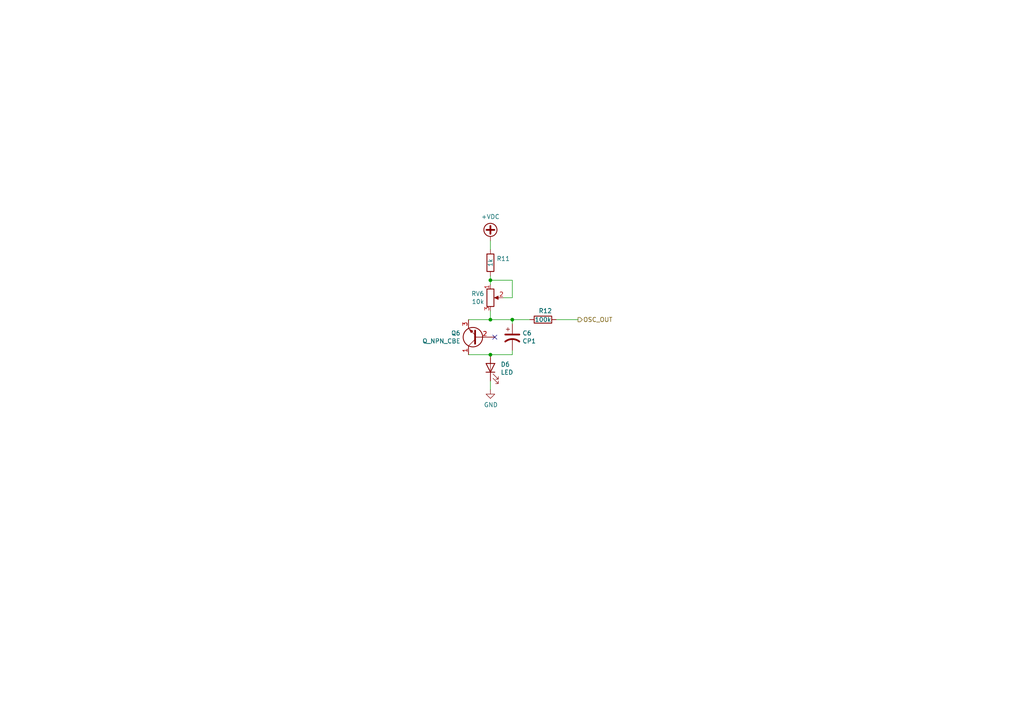
<source format=kicad_sch>
(kicad_sch (version 20211123) (generator eeschema)

  (uuid 639c0e59-e95c-4114-bccd-2e7277505454)

  (paper "A4")

  (title_block
    (title "Buzzybox")
    (date "12/16/2020")
    (rev "0.1")
    (company "Max Proskauer")
  )

  (lib_symbols
    (symbol "Device:CP1" (pin_numbers hide) (pin_names (offset 0.254) hide) (in_bom yes) (on_board yes)
      (property "Reference" "C" (id 0) (at 0.635 2.54 0)
        (effects (font (size 1.27 1.27)) (justify left))
      )
      (property "Value" "Device_CP1" (id 1) (at 0.635 -2.54 0)
        (effects (font (size 1.27 1.27)) (justify left))
      )
      (property "Footprint" "" (id 2) (at 0 0 0)
        (effects (font (size 1.27 1.27)) hide)
      )
      (property "Datasheet" "" (id 3) (at 0 0 0)
        (effects (font (size 1.27 1.27)) hide)
      )
      (property "ki_fp_filters" "CP_*" (id 4) (at 0 0 0)
        (effects (font (size 1.27 1.27)) hide)
      )
      (symbol "CP1_0_1"
        (polyline
          (pts
            (xy -2.032 0.762)
            (xy 2.032 0.762)
          )
          (stroke (width 0.508) (type default) (color 0 0 0 0))
          (fill (type none))
        )
        (polyline
          (pts
            (xy -1.778 2.286)
            (xy -0.762 2.286)
          )
          (stroke (width 0) (type default) (color 0 0 0 0))
          (fill (type none))
        )
        (polyline
          (pts
            (xy -1.27 1.778)
            (xy -1.27 2.794)
          )
          (stroke (width 0) (type default) (color 0 0 0 0))
          (fill (type none))
        )
        (arc (start 2.032 -1.27) (mid 0 -0.5572) (end -2.032 -1.27)
          (stroke (width 0.508) (type default) (color 0 0 0 0))
          (fill (type none))
        )
      )
      (symbol "CP1_1_1"
        (pin passive line (at 0 3.81 270) (length 2.794)
          (name "~" (effects (font (size 1.27 1.27))))
          (number "1" (effects (font (size 1.27 1.27))))
        )
        (pin passive line (at 0 -3.81 90) (length 3.302)
          (name "~" (effects (font (size 1.27 1.27))))
          (number "2" (effects (font (size 1.27 1.27))))
        )
      )
    )
    (symbol "Device:LED" (pin_numbers hide) (pin_names (offset 1.016) hide) (in_bom yes) (on_board yes)
      (property "Reference" "D" (id 0) (at 0 2.54 0)
        (effects (font (size 1.27 1.27)))
      )
      (property "Value" "LED" (id 1) (at 0 -2.54 0)
        (effects (font (size 1.27 1.27)))
      )
      (property "Footprint" "" (id 2) (at 0 0 0)
        (effects (font (size 1.27 1.27)) hide)
      )
      (property "Datasheet" "~" (id 3) (at 0 0 0)
        (effects (font (size 1.27 1.27)) hide)
      )
      (property "ki_keywords" "LED diode" (id 4) (at 0 0 0)
        (effects (font (size 1.27 1.27)) hide)
      )
      (property "ki_description" "Light emitting diode" (id 5) (at 0 0 0)
        (effects (font (size 1.27 1.27)) hide)
      )
      (property "ki_fp_filters" "LED* LED_SMD:* LED_THT:*" (id 6) (at 0 0 0)
        (effects (font (size 1.27 1.27)) hide)
      )
      (symbol "LED_0_1"
        (polyline
          (pts
            (xy -1.27 -1.27)
            (xy -1.27 1.27)
          )
          (stroke (width 0.254) (type default) (color 0 0 0 0))
          (fill (type none))
        )
        (polyline
          (pts
            (xy -1.27 0)
            (xy 1.27 0)
          )
          (stroke (width 0) (type default) (color 0 0 0 0))
          (fill (type none))
        )
        (polyline
          (pts
            (xy 1.27 -1.27)
            (xy 1.27 1.27)
            (xy -1.27 0)
            (xy 1.27 -1.27)
          )
          (stroke (width 0.254) (type default) (color 0 0 0 0))
          (fill (type none))
        )
        (polyline
          (pts
            (xy -3.048 -0.762)
            (xy -4.572 -2.286)
            (xy -3.81 -2.286)
            (xy -4.572 -2.286)
            (xy -4.572 -1.524)
          )
          (stroke (width 0) (type default) (color 0 0 0 0))
          (fill (type none))
        )
        (polyline
          (pts
            (xy -1.778 -0.762)
            (xy -3.302 -2.286)
            (xy -2.54 -2.286)
            (xy -3.302 -2.286)
            (xy -3.302 -1.524)
          )
          (stroke (width 0) (type default) (color 0 0 0 0))
          (fill (type none))
        )
      )
      (symbol "LED_1_1"
        (pin passive line (at -3.81 0 0) (length 2.54)
          (name "K" (effects (font (size 1.27 1.27))))
          (number "1" (effects (font (size 1.27 1.27))))
        )
        (pin passive line (at 3.81 0 180) (length 2.54)
          (name "A" (effects (font (size 1.27 1.27))))
          (number "2" (effects (font (size 1.27 1.27))))
        )
      )
    )
    (symbol "Device:Q_NPN_CBE" (pin_names (offset 0) hide) (in_bom yes) (on_board yes)
      (property "Reference" "Q" (id 0) (at 5.08 1.27 0)
        (effects (font (size 1.27 1.27)) (justify left))
      )
      (property "Value" "Q_NPN_CBE" (id 1) (at 5.08 -1.27 0)
        (effects (font (size 1.27 1.27)) (justify left))
      )
      (property "Footprint" "" (id 2) (at 5.08 2.54 0)
        (effects (font (size 1.27 1.27)) hide)
      )
      (property "Datasheet" "~" (id 3) (at 0 0 0)
        (effects (font (size 1.27 1.27)) hide)
      )
      (property "ki_keywords" "transistor NPN" (id 4) (at 0 0 0)
        (effects (font (size 1.27 1.27)) hide)
      )
      (property "ki_description" "NPN transistor, collector/base/emitter" (id 5) (at 0 0 0)
        (effects (font (size 1.27 1.27)) hide)
      )
      (symbol "Q_NPN_CBE_0_1"
        (polyline
          (pts
            (xy 0.635 0.635)
            (xy 2.54 2.54)
          )
          (stroke (width 0) (type default) (color 0 0 0 0))
          (fill (type none))
        )
        (polyline
          (pts
            (xy 0.635 -0.635)
            (xy 2.54 -2.54)
            (xy 2.54 -2.54)
          )
          (stroke (width 0) (type default) (color 0 0 0 0))
          (fill (type none))
        )
        (polyline
          (pts
            (xy 0.635 1.905)
            (xy 0.635 -1.905)
            (xy 0.635 -1.905)
          )
          (stroke (width 0.508) (type default) (color 0 0 0 0))
          (fill (type none))
        )
        (polyline
          (pts
            (xy 1.27 -1.778)
            (xy 1.778 -1.27)
            (xy 2.286 -2.286)
            (xy 1.27 -1.778)
            (xy 1.27 -1.778)
          )
          (stroke (width 0) (type default) (color 0 0 0 0))
          (fill (type outline))
        )
        (circle (center 1.27 0) (radius 2.8194)
          (stroke (width 0.254) (type default) (color 0 0 0 0))
          (fill (type none))
        )
      )
      (symbol "Q_NPN_CBE_1_1"
        (pin passive line (at 2.54 5.08 270) (length 2.54)
          (name "C" (effects (font (size 1.27 1.27))))
          (number "1" (effects (font (size 1.27 1.27))))
        )
        (pin input line (at -5.08 0 0) (length 5.715)
          (name "B" (effects (font (size 1.27 1.27))))
          (number "2" (effects (font (size 1.27 1.27))))
        )
        (pin passive line (at 2.54 -5.08 90) (length 2.54)
          (name "E" (effects (font (size 1.27 1.27))))
          (number "3" (effects (font (size 1.27 1.27))))
        )
      )
    )
    (symbol "Device:R" (pin_numbers hide) (pin_names (offset 0)) (in_bom yes) (on_board yes)
      (property "Reference" "R" (id 0) (at 2.032 0 90)
        (effects (font (size 1.27 1.27)))
      )
      (property "Value" "R" (id 1) (at 0 0 90)
        (effects (font (size 1.27 1.27)))
      )
      (property "Footprint" "" (id 2) (at -1.778 0 90)
        (effects (font (size 1.27 1.27)) hide)
      )
      (property "Datasheet" "~" (id 3) (at 0 0 0)
        (effects (font (size 1.27 1.27)) hide)
      )
      (property "ki_keywords" "R res resistor" (id 4) (at 0 0 0)
        (effects (font (size 1.27 1.27)) hide)
      )
      (property "ki_description" "Resistor" (id 5) (at 0 0 0)
        (effects (font (size 1.27 1.27)) hide)
      )
      (property "ki_fp_filters" "R_*" (id 6) (at 0 0 0)
        (effects (font (size 1.27 1.27)) hide)
      )
      (symbol "R_0_1"
        (rectangle (start -1.016 -2.54) (end 1.016 2.54)
          (stroke (width 0.254) (type default) (color 0 0 0 0))
          (fill (type none))
        )
      )
      (symbol "R_1_1"
        (pin passive line (at 0 3.81 270) (length 1.27)
          (name "~" (effects (font (size 1.27 1.27))))
          (number "1" (effects (font (size 1.27 1.27))))
        )
        (pin passive line (at 0 -3.81 90) (length 1.27)
          (name "~" (effects (font (size 1.27 1.27))))
          (number "2" (effects (font (size 1.27 1.27))))
        )
      )
    )
    (symbol "Device:R_POT" (pin_names (offset 1.016) hide) (in_bom yes) (on_board yes)
      (property "Reference" "RV" (id 0) (at -4.445 0 90)
        (effects (font (size 1.27 1.27)))
      )
      (property "Value" "Device_R_POT" (id 1) (at -2.54 0 90)
        (effects (font (size 1.27 1.27)))
      )
      (property "Footprint" "" (id 2) (at 0 0 0)
        (effects (font (size 1.27 1.27)) hide)
      )
      (property "Datasheet" "" (id 3) (at 0 0 0)
        (effects (font (size 1.27 1.27)) hide)
      )
      (property "ki_fp_filters" "Potentiometer*" (id 4) (at 0 0 0)
        (effects (font (size 1.27 1.27)) hide)
      )
      (symbol "R_POT_0_1"
        (polyline
          (pts
            (xy 2.54 0)
            (xy 1.524 0)
          )
          (stroke (width 0) (type default) (color 0 0 0 0))
          (fill (type none))
        )
        (polyline
          (pts
            (xy 1.143 0)
            (xy 2.286 0.508)
            (xy 2.286 -0.508)
            (xy 1.143 0)
          )
          (stroke (width 0) (type default) (color 0 0 0 0))
          (fill (type outline))
        )
        (rectangle (start 1.016 2.54) (end -1.016 -2.54)
          (stroke (width 0.254) (type default) (color 0 0 0 0))
          (fill (type none))
        )
      )
      (symbol "R_POT_1_1"
        (pin passive line (at 0 3.81 270) (length 1.27)
          (name "1" (effects (font (size 1.27 1.27))))
          (number "1" (effects (font (size 1.27 1.27))))
        )
        (pin passive line (at 3.81 0 180) (length 1.27)
          (name "2" (effects (font (size 1.27 1.27))))
          (number "2" (effects (font (size 1.27 1.27))))
        )
        (pin passive line (at 0 -3.81 90) (length 1.27)
          (name "3" (effects (font (size 1.27 1.27))))
          (number "3" (effects (font (size 1.27 1.27))))
        )
      )
    )
    (symbol "power:+VDC" (power) (pin_names (offset 0)) (in_bom yes) (on_board yes)
      (property "Reference" "#PWR" (id 0) (at 0 -2.54 0)
        (effects (font (size 1.27 1.27)) hide)
      )
      (property "Value" "+VDC" (id 1) (at 0 6.35 0)
        (effects (font (size 1.27 1.27)))
      )
      (property "Footprint" "" (id 2) (at 0 0 0)
        (effects (font (size 1.27 1.27)) hide)
      )
      (property "Datasheet" "" (id 3) (at 0 0 0)
        (effects (font (size 1.27 1.27)) hide)
      )
      (property "ki_keywords" "power-flag" (id 4) (at 0 0 0)
        (effects (font (size 1.27 1.27)) hide)
      )
      (property "ki_description" "Power symbol creates a global label with name \"+VDC\"" (id 5) (at 0 0 0)
        (effects (font (size 1.27 1.27)) hide)
      )
      (symbol "+VDC_0_1"
        (polyline
          (pts
            (xy -1.143 3.175)
            (xy 1.143 3.175)
          )
          (stroke (width 0.508) (type default) (color 0 0 0 0))
          (fill (type none))
        )
        (polyline
          (pts
            (xy 0 0)
            (xy 0 1.27)
          )
          (stroke (width 0) (type default) (color 0 0 0 0))
          (fill (type none))
        )
        (polyline
          (pts
            (xy 0 2.032)
            (xy 0 4.318)
          )
          (stroke (width 0.508) (type default) (color 0 0 0 0))
          (fill (type none))
        )
        (circle (center 0 3.175) (radius 1.905)
          (stroke (width 0.254) (type default) (color 0 0 0 0))
          (fill (type none))
        )
      )
      (symbol "+VDC_1_1"
        (pin power_in line (at 0 0 90) (length 0) hide
          (name "+VDC" (effects (font (size 1.27 1.27))))
          (number "1" (effects (font (size 1.27 1.27))))
        )
      )
    )
    (symbol "power:GND" (power) (pin_names (offset 0)) (in_bom yes) (on_board yes)
      (property "Reference" "#PWR" (id 0) (at 0 -6.35 0)
        (effects (font (size 1.27 1.27)) hide)
      )
      (property "Value" "GND" (id 1) (at 0 -3.81 0)
        (effects (font (size 1.27 1.27)))
      )
      (property "Footprint" "" (id 2) (at 0 0 0)
        (effects (font (size 1.27 1.27)) hide)
      )
      (property "Datasheet" "" (id 3) (at 0 0 0)
        (effects (font (size 1.27 1.27)) hide)
      )
      (property "ki_keywords" "power-flag" (id 4) (at 0 0 0)
        (effects (font (size 1.27 1.27)) hide)
      )
      (property "ki_description" "Power symbol creates a global label with name \"GND\" , ground" (id 5) (at 0 0 0)
        (effects (font (size 1.27 1.27)) hide)
      )
      (symbol "GND_0_1"
        (polyline
          (pts
            (xy 0 0)
            (xy 0 -1.27)
            (xy 1.27 -1.27)
            (xy 0 -2.54)
            (xy -1.27 -1.27)
            (xy 0 -1.27)
          )
          (stroke (width 0) (type default) (color 0 0 0 0))
          (fill (type none))
        )
      )
      (symbol "GND_1_1"
        (pin power_in line (at 0 0 270) (length 0) hide
          (name "GND" (effects (font (size 1.27 1.27))))
          (number "1" (effects (font (size 1.27 1.27))))
        )
      )
    )
  )

  (junction (at 142.24 92.71) (diameter 0) (color 0 0 0 0)
    (uuid 0c3dceba-7c95-4b3d-b590-0eb581444beb)
  )
  (junction (at 142.24 81.28) (diameter 0) (color 0 0 0 0)
    (uuid 4fb21471-41be-4be8-9687-66030f97befc)
  )
  (junction (at 142.24 102.87) (diameter 0) (color 0 0 0 0)
    (uuid ca87f11b-5f48-4b57-8535-68d3ec2fe5a9)
  )
  (junction (at 148.59 92.71) (diameter 0) (color 0 0 0 0)
    (uuid f3628265-0155-43e2-a467-c40ff783e265)
  )

  (no_connect (at 143.51 97.79) (uuid 16bd6381-8ac0-4bf2-9dce-ecc20c724b8d))

  (wire (pts (xy 142.24 102.87) (xy 135.89 102.87))
    (stroke (width 0) (type default) (color 0 0 0 0))
    (uuid 01e9b6e7-adf9-4ee7-9447-a588630ee4a2)
  )
  (wire (pts (xy 142.24 81.28) (xy 142.24 82.55))
    (stroke (width 0) (type default) (color 0 0 0 0))
    (uuid 0755aee5-bc01-4cb5-b830-583289df50a3)
  )
  (wire (pts (xy 142.24 102.87) (xy 148.59 102.87))
    (stroke (width 0) (type default) (color 0 0 0 0))
    (uuid 4f66b314-0f62-4fb6-8c3c-f9c6a75cd3ec)
  )
  (wire (pts (xy 161.29 92.71) (xy 167.64 92.71))
    (stroke (width 0) (type default) (color 0 0 0 0))
    (uuid 6595b9c7-02ee-4647-bde5-6b566e35163e)
  )
  (wire (pts (xy 142.24 69.85) (xy 142.24 72.39))
    (stroke (width 0) (type default) (color 0 0 0 0))
    (uuid 6d26d68f-1ca7-4ff3-b058-272f1c399047)
  )
  (wire (pts (xy 146.05 86.36) (xy 148.59 86.36))
    (stroke (width 0) (type default) (color 0 0 0 0))
    (uuid 70e15522-1572-4451-9c0d-6d36ac70d8c6)
  )
  (wire (pts (xy 148.59 102.87) (xy 148.59 101.6))
    (stroke (width 0) (type default) (color 0 0 0 0))
    (uuid 730b670c-9bcf-4dcd-9a8d-fcaa61fb0955)
  )
  (wire (pts (xy 148.59 81.28) (xy 142.24 81.28))
    (stroke (width 0) (type default) (color 0 0 0 0))
    (uuid 7599133e-c681-4202-85d9-c20dac196c64)
  )
  (wire (pts (xy 135.89 92.71) (xy 142.24 92.71))
    (stroke (width 0) (type default) (color 0 0 0 0))
    (uuid 7d928d56-093a-4ca8-aed1-414b7e703b45)
  )
  (wire (pts (xy 142.24 90.17) (xy 142.24 92.71))
    (stroke (width 0) (type default) (color 0 0 0 0))
    (uuid 8a650ebf-3f78-4ca4-a26b-a5028693e36d)
  )
  (wire (pts (xy 142.24 92.71) (xy 148.59 92.71))
    (stroke (width 0) (type default) (color 0 0 0 0))
    (uuid 965308c8-e014-459a-b9db-b8493a601c62)
  )
  (wire (pts (xy 142.24 110.49) (xy 142.24 113.03))
    (stroke (width 0) (type default) (color 0 0 0 0))
    (uuid a5cd8da1-8f7f-4f80-bb23-0317de562222)
  )
  (wire (pts (xy 148.59 92.71) (xy 148.59 93.98))
    (stroke (width 0) (type default) (color 0 0 0 0))
    (uuid abe07c9a-17c3-43b5-b7a6-ae867ac27ea7)
  )
  (wire (pts (xy 148.59 92.71) (xy 153.67 92.71))
    (stroke (width 0) (type default) (color 0 0 0 0))
    (uuid b1c649b1-f44d-46c7-9dea-818e75a1b87e)
  )
  (wire (pts (xy 142.24 80.01) (xy 142.24 81.28))
    (stroke (width 0) (type default) (color 0 0 0 0))
    (uuid d3d7e298-1d39-4294-a3ab-c84cc0dc5e5a)
  )
  (wire (pts (xy 148.59 86.36) (xy 148.59 81.28))
    (stroke (width 0) (type default) (color 0 0 0 0))
    (uuid dde51ae5-b215-445e-92bb-4a12ec410531)
  )

  (hierarchical_label "OSC_OUT" (shape output) (at 167.64 92.71 0)
    (effects (font (size 1.27 1.27)) (justify left))
    (uuid b7199d9b-bebb-4100-9ad3-c2bd31e21d65)
  )

  (symbol (lib_id "Device:R") (at 142.24 76.2 0)
    (in_bom yes) (on_board yes)
    (uuid 00000000-0000-0000-0000-00005fb07013)
    (property "Reference" "R11" (id 0) (at 144.018 75.0316 0)
      (effects (font (size 1.27 1.27)) (justify left))
    )
    (property "Value" "1k" (id 1) (at 142.24 76.2 90))
    (property "Footprint" "Resistor_THT:R_Axial_DIN0207_L6.3mm_D2.5mm_P10.16mm_Horizontal" (id 2) (at 140.462 76.2 90)
      (effects (font (size 1.27 1.27)) hide)
    )
    (property "Datasheet" "~" (id 3) (at 142.24 76.2 0)
      (effects (font (size 1.27 1.27)) hide)
    )
    (pin "1" (uuid 5335a71b-2d1d-40d1-be4c-36fac28b194a))
    (pin "2" (uuid 194c157d-d622-4fd8-be00-f69f61a03684))
  )

  (symbol (lib_id "Device:R_POT") (at 142.24 86.36 0)
    (in_bom yes) (on_board yes)
    (uuid 00000000-0000-0000-0000-00005fb07019)
    (property "Reference" "RV6" (id 0) (at 140.462 85.1916 0)
      (effects (font (size 1.27 1.27)) (justify right))
    )
    (property "Value" "10k" (id 1) (at 140.462 87.503 0)
      (effects (font (size 1.27 1.27)) (justify right))
    )
    (property "Footprint" "Potentiometer_THT:Potentiometer_Alpha_RD901F-40-00D_Single_Vertical" (id 2) (at 142.24 86.36 0)
      (effects (font (size 1.27 1.27)) hide)
    )
    (property "Datasheet" "~" (id 3) (at 142.24 86.36 0)
      (effects (font (size 1.27 1.27)) hide)
    )
    (pin "1" (uuid bab46f34-8c8a-41f0-bea2-5779a0f6a524))
    (pin "2" (uuid 90fb4a95-b6c1-4fbf-bf0d-36f980b594b2))
    (pin "3" (uuid 0fb0ea22-7e03-40e6-8f86-a9371bc08b5e))
  )

  (symbol (lib_id "Device:LED") (at 142.24 106.68 90)
    (in_bom yes) (on_board yes)
    (uuid 00000000-0000-0000-0000-00005fb0701f)
    (property "Reference" "D6" (id 0) (at 145.2118 105.6894 90)
      (effects (font (size 1.27 1.27)) (justify right))
    )
    (property "Value" "LED" (id 1) (at 145.2118 108.0008 90)
      (effects (font (size 1.27 1.27)) (justify right))
    )
    (property "Footprint" "LED_THT:LED_D5.0mm" (id 2) (at 142.24 106.68 0)
      (effects (font (size 1.27 1.27)) hide)
    )
    (property "Datasheet" "~" (id 3) (at 142.24 106.68 0)
      (effects (font (size 1.27 1.27)) hide)
    )
    (pin "1" (uuid fcf5a5fb-c085-4220-8d90-a23267dcddc7))
    (pin "2" (uuid 82048b9c-3a0f-4ed2-a48a-11a7f37c64d8))
  )

  (symbol (lib_id "Device:R") (at 157.48 92.71 270)
    (in_bom yes) (on_board yes)
    (uuid 00000000-0000-0000-0000-00005fb0703e)
    (property "Reference" "R12" (id 0) (at 156.21 90.17 90)
      (effects (font (size 1.27 1.27)) (justify left))
    )
    (property "Value" "100k" (id 1) (at 157.48 92.71 90))
    (property "Footprint" "Resistor_THT:R_Axial_DIN0207_L6.3mm_D2.5mm_P10.16mm_Horizontal" (id 2) (at 157.48 90.932 90)
      (effects (font (size 1.27 1.27)) hide)
    )
    (property "Datasheet" "~" (id 3) (at 157.48 92.71 0)
      (effects (font (size 1.27 1.27)) hide)
    )
    (pin "1" (uuid bd111e6b-8efd-4a1e-977d-560a18c5db2f))
    (pin "2" (uuid ec4456dd-62e9-4dd3-8d16-2f4b76473052))
  )

  (symbol (lib_id "power:+VDC") (at 142.24 69.85 0)
    (in_bom yes) (on_board yes)
    (uuid 00000000-0000-0000-0000-00005fd42daa)
    (property "Reference" "#PWR0114" (id 0) (at 142.24 72.39 0)
      (effects (font (size 1.27 1.27)) hide)
    )
    (property "Value" "+VDC" (id 1) (at 142.24 62.865 0))
    (property "Footprint" "" (id 2) (at 142.24 69.85 0)
      (effects (font (size 1.27 1.27)) hide)
    )
    (property "Datasheet" "" (id 3) (at 142.24 69.85 0)
      (effects (font (size 1.27 1.27)) hide)
    )
    (pin "1" (uuid 0a3db64e-19cc-4ff5-9149-bec68c092063))
  )

  (symbol (lib_id "Device:CP1") (at 148.59 97.79 0)
    (in_bom yes) (on_board yes)
    (uuid 00000000-0000-0000-0000-00005fd88ecd)
    (property "Reference" "C6" (id 0) (at 151.511 96.6216 0)
      (effects (font (size 1.27 1.27)) (justify left))
    )
    (property "Value" "CP1" (id 1) (at 151.511 98.933 0)
      (effects (font (size 1.27 1.27)) (justify left))
    )
    (property "Footprint" "Capacitor_THT:CP_Radial_D4.0mm_P2.00mm" (id 2) (at 148.59 97.79 0)
      (effects (font (size 1.27 1.27)) hide)
    )
    (property "Datasheet" "~" (id 3) (at 148.59 97.79 0)
      (effects (font (size 1.27 1.27)) hide)
    )
    (pin "1" (uuid 78c4ae0c-b39c-4df0-9f0c-0ec5166c394e))
    (pin "2" (uuid 4b20753a-8037-4c20-bae2-c1c40069e96d))
  )

  (symbol (lib_id "power:GND") (at 142.24 113.03 0)
    (in_bom yes) (on_board yes)
    (uuid 00000000-0000-0000-0000-00005fda91c5)
    (property "Reference" "#PWR0119" (id 0) (at 142.24 119.38 0)
      (effects (font (size 1.27 1.27)) hide)
    )
    (property "Value" "GND" (id 1) (at 142.367 117.4242 0))
    (property "Footprint" "" (id 2) (at 142.24 113.03 0)
      (effects (font (size 1.27 1.27)) hide)
    )
    (property "Datasheet" "" (id 3) (at 142.24 113.03 0)
      (effects (font (size 1.27 1.27)) hide)
    )
    (pin "1" (uuid c261098b-3161-4bac-8689-490d94292abd))
  )

  (symbol (lib_id "Device:Q_NPN_CBE") (at 138.43 97.79 180)
    (in_bom yes) (on_board yes)
    (uuid 00000000-0000-0000-0000-00005fda9f6b)
    (property "Reference" "Q6" (id 0) (at 133.5786 96.6216 0)
      (effects (font (size 1.27 1.27)) (justify left))
    )
    (property "Value" "Q_NPN_CBE" (id 1) (at 133.5786 98.933 0)
      (effects (font (size 1.27 1.27)) (justify left))
    )
    (property "Footprint" "buzzybox:TO-92-2" (id 2) (at 133.35 100.33 0)
      (effects (font (size 1.27 1.27)) hide)
    )
    (property "Datasheet" "~" (id 3) (at 138.43 97.79 0)
      (effects (font (size 1.27 1.27)) hide)
    )
    (pin "1" (uuid cbfdebec-9083-4b4c-a204-f1458cc71c5c))
    (pin "2" (uuid 05b89307-98f9-4bfc-af82-e6d88b5d3895))
    (pin "3" (uuid 618a442c-782d-4c80-a894-01dc2bdab42d))
  )
)

</source>
